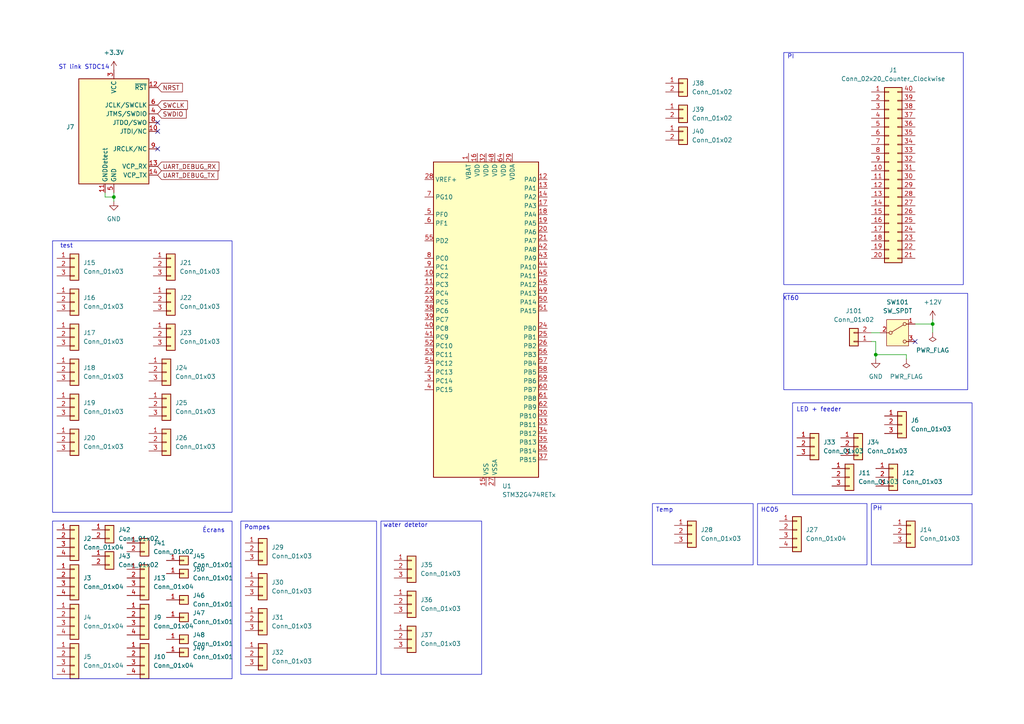
<source format=kicad_sch>
(kicad_sch (version 20250114) (generator "eeschema") (generator_version "9.0")
  (paper "A4")
  (lib_symbols
    (symbol "Connector:Conn_ST_STDC14"
      (property "Reference" "J" (at -8.89 16.51 0))
      (property "Value" "Conn_ST_STDC14" (at 17.78 16.51 0))
      (symbol "Conn_ST_STDC14_0_1"
        (rectangle (start -10.16 15.24) (end 10.16 -15.24) (stroke (width 0.254)) (fill (type background)))
      )
      (symbol "Conn_ST_STDC14_1_1"
        (pin no_connect line (at -10.16 5.08 0) (length 2.54) (hide yes) (name "NC") (number "1"))
        (pin no_connect line (at -10.16 2.54 0) (length 2.54) (hide yes) (name "NC") (number "2"))
        (pin passive line (at -2.54 -17.78 90) (length 2.54) (name "GNDDetect") (number "11"))
        (pin power_in line (at 0 17.78 270) (length 2.54) (name "VCC") (number "3"))
        (pin power_in line (at 0 -17.78 90) (length 2.54) (name "GND") (number "5"))
        (pin passive line (at 0 -17.78 90) (length 2.54) (hide yes) (name "GND") (number "7"))
        (pin open_collector line (at 12.7 12.7 180) (length 2.54) (name "~{RST}") (number "12"))
        (pin output line (at 12.7 7.62 180) (length 2.54) (name "JCLK/SWCLK") (number "6"))
        (pin bidirectional line (at 12.7 5.08 180) (length 2.54) (name "JTMS/SWDIO") (number "4"))
        (pin input line (at 12.7 2.54 180) (length 2.54) (name "JTDO/SWO") (number "8"))
        (pin output line (at 12.7 0 180) (length 2.54) (name "JTDI/NC") (number "10"))
        (pin input line (at 12.7 -5.08 180) (length 2.54) (name "JRCLK/NC") (number "9"))
        (pin output line (at 12.7 -10.16 180) (length 2.54) (name "VCP_RX") (number "13"))
        (pin input line (at 12.7 -12.7 180) (length 2.54) (name "VCP_TX") (number "14"))
      )
    )
    (symbol "Connector_Generic:Conn_01x01" (pin_names (offset 1.016) (hide yes))
      (property "Reference" "J" (at 0 2.54 0))
      (property "Value" "Conn_01x01" (at 0 -2.54 0))
      (symbol "Conn_01x01_1_1"
        (rectangle (start -1.27 1.27) (end 1.27 -1.27) (stroke (width 0.254)) (fill (type background)))
        (rectangle (start -1.27 0.127) (end 0 -0.127) (stroke (width 0.1524)))
        (pin passive line (at -5.08 0 0) (length 3.81) (name "Pin_1") (number "1"))
      )
    )
    (symbol "Connector_Generic:Conn_01x02" (pin_names (offset 1.016) (hide yes))
      (property "Reference" "J" (at 0 2.54 0))
      (property "Value" "Conn_01x02" (at 0 -5.08 0))
      (symbol "Conn_01x02_1_1"
        (rectangle (start -1.27 1.27) (end 1.27 -3.81) (stroke (width 0.254)) (fill (type background)))
        (rectangle (start -1.27 0.127) (end 0 -0.127) (stroke (width 0.1524)))
        (rectangle (start -1.27 -2.413) (end 0 -2.667) (stroke (width 0.1524)))
        (pin passive line (at -5.08 0 0) (length 3.81) (name "Pin_1") (number "1"))
        (pin passive line (at -5.08 -2.54 0) (length 3.81) (name "Pin_2") (number "2"))
      )
    )
    (symbol "Connector_Generic:Conn_01x03" (pin_names (offset 1.016) (hide yes))
      (property "Reference" "J" (at 0 5.08 0))
      (property "Value" "Conn_01x03" (at 0 -5.08 0))
      (symbol "Conn_01x03_1_1"
        (rectangle (start -1.27 3.81) (end 1.27 -3.81) (stroke (width 0.254)) (fill (type background)))
        (rectangle (start -1.27 2.667) (end 0 2.413) (stroke (width 0.1524)))
        (rectangle (start -1.27 0.127) (end 0 -0.127) (stroke (width 0.1524)))
        (rectangle (start -1.27 -2.413) (end 0 -2.667) (stroke (width 0.1524)))
        (pin passive line (at -5.08 2.54 0) (length 3.81) (name "Pin_1") (number "1"))
        (pin passive line (at -5.08 0 0) (length 3.81) (name "Pin_2") (number "2"))
        (pin passive line (at -5.08 -2.54 0) (length 3.81) (name "Pin_3") (number "3"))
      )
    )
    (symbol "Connector_Generic:Conn_01x04" (pin_names (offset 1.016) (hide yes))
      (property "Reference" "J" (at 0 5.08 0))
      (property "Value" "Conn_01x04" (at 0 -7.62 0))
      (symbol "Conn_01x04_1_1"
        (rectangle (start -1.27 3.81) (end 1.27 -6.35) (stroke (width 0.254)) (fill (type background)))
        (rectangle (start -1.27 2.667) (end 0 2.413) (stroke (width 0.1524)))
        (rectangle (start -1.27 0.127) (end 0 -0.127) (stroke (width 0.1524)))
        (rectangle (start -1.27 -2.413) (end 0 -2.667) (stroke (width 0.1524)))
        (rectangle (start -1.27 -4.953) (end 0 -5.207) (stroke (width 0.1524)))
        (pin passive line (at -5.08 2.54 0) (length 3.81) (name "Pin_1") (number "1"))
        (pin passive line (at -5.08 0 0) (length 3.81) (name "Pin_2") (number "2"))
        (pin passive line (at -5.08 -2.54 0) (length 3.81) (name "Pin_3") (number "3"))
        (pin passive line (at -5.08 -5.08 0) (length 3.81) (name "Pin_4") (number "4"))
      )
    )
    (symbol "Connector_Generic:Conn_02x20_Counter_Clockwise" (pin_names (offset 1.016) (hide yes))
      (property "Reference" "J" (at 1.27 25.4 0))
      (property "Value" "Conn_02x20_Counter_Clockwise" (at 1.27 -27.94 0))
      (symbol "Conn_02x20_Counter_Clockwise_1_1"
        (rectangle (start -1.27 24.13) (end 3.81 -26.67) (stroke (width 0.254)) (fill (type background)))
        (rectangle (start -1.27 22.987) (end 0 22.733) (stroke (width 0.1524)))
        (rectangle (start -1.27 20.447) (end 0 20.193) (stroke (width 0.1524)))
        (rectangle (start -1.27 17.907) (end 0 17.653) (stroke (width 0.1524)))
        (rectangle (start -1.27 15.367) (end 0 15.113) (stroke (width 0.1524)))
        (rectangle (start -1.27 12.827) (end 0 12.573) (stroke (width 0.1524)))
        (rectangle (start -1.27 10.287) (end 0 10.033) (stroke (width 0.1524)))
        (rectangle (start -1.27 7.747) (end 0 7.493) (stroke (width 0.1524)))
        (rectangle (start -1.27 5.207) (end 0 4.953) (stroke (width 0.1524)))
        (rectangle (start -1.27 2.667) (end 0 2.413) (stroke (width 0.1524)))
        (rectangle (start -1.27 0.127) (end 0 -0.127) (stroke (width 0.1524)))
        (rectangle (start -1.27 -2.413) (end 0 -2.667) (stroke (width 0.1524)))
        (rectangle (start -1.27 -4.953) (end 0 -5.207) (stroke (width 0.1524)))
        (rectangle (start -1.27 -7.493) (end 0 -7.747) (stroke (width 0.1524)))
        (rectangle (start -1.27 -10.033) (end 0 -10.287) (stroke (width 0.1524)))
        (rectangle (start -1.27 -12.573) (end 0 -12.827) (stroke (width 0.1524)))
        (rectangle (start -1.27 -15.113) (end 0 -15.367) (stroke (width 0.1524)))
        (rectangle (start -1.27 -17.653) (end 0 -17.907) (stroke (width 0.1524)))
        (rectangle (start -1.27 -20.193) (end 0 -20.447) (stroke (width 0.1524)))
        (rectangle (start -1.27 -22.733) (end 0 -22.987) (stroke (width 0.1524)))
        (rectangle (start -1.27 -25.273) (end 0 -25.527) (stroke (width 0.1524)))
        (rectangle (start 3.81 22.987) (end 2.54 22.733) (stroke (width 0.1524)))
        (rectangle (start 3.81 20.447) (end 2.54 20.193) (stroke (width 0.1524)))
        (rectangle (start 3.81 17.907) (end 2.54 17.653) (stroke (width 0.1524)))
        (rectangle (start 3.81 15.367) (end 2.54 15.113) (stroke (width 0.1524)))
        (rectangle (start 3.81 12.827) (end 2.54 12.573) (stroke (width 0.1524)))
        (rectangle (start 3.81 10.287) (end 2.54 10.033) (stroke (width 0.1524)))
        (rectangle (start 3.81 7.747) (end 2.54 7.493) (stroke (width 0.1524)))
        (rectangle (start 3.81 5.207) (end 2.54 4.953) (stroke (width 0.1524)))
        (rectangle (start 3.81 2.667) (end 2.54 2.413) (stroke (width 0.1524)))
        (rectangle (start 3.81 0.127) (end 2.54 -0.127) (stroke (width 0.1524)))
        (rectangle (start 3.81 -2.413) (end 2.54 -2.667) (stroke (width 0.1524)))
        (rectangle (start 3.81 -4.953) (end 2.54 -5.207) (stroke (width 0.1524)))
        (rectangle (start 3.81 -7.493) (end 2.54 -7.747) (stroke (width 0.1524)))
        (rectangle (start 3.81 -10.033) (end 2.54 -10.287) (stroke (width 0.1524)))
        (rectangle (start 3.81 -12.573) (end 2.54 -12.827) (stroke (width 0.1524)))
        (rectangle (start 3.81 -15.113) (end 2.54 -15.367) (stroke (width 0.1524)))
        (rectangle (start 3.81 -17.653) (end 2.54 -17.907) (stroke (width 0.1524)))
        (rectangle (start 3.81 -20.193) (end 2.54 -20.447) (stroke (width 0.1524)))
        (rectangle (start 3.81 -22.733) (end 2.54 -22.987) (stroke (width 0.1524)))
        (rectangle (start 3.81 -25.273) (end 2.54 -25.527) (stroke (width 0.1524)))
        (pin passive line (at -5.08 22.86 0) (length 3.81) (name "Pin_1") (number "1"))
        (pin passive line (at -5.08 20.32 0) (length 3.81) (name "Pin_2") (number "2"))
        (pin passive line (at -5.08 17.78 0) (length 3.81) (name "Pin_3") (number "3"))
        (pin passive line (at -5.08 15.24 0) (length 3.81) (name "Pin_4") (number "4"))
        (pin passive line (at -5.08 12.7 0) (length 3.81) (name "Pin_5") (number "5"))
        (pin passive line (at -5.08 10.16 0) (length 3.81) (name "Pin_6") (number "6"))
        (pin passive line (at -5.08 7.62 0) (length 3.81) (name "Pin_7") (number "7"))
        (pin passive line (at -5.08 5.08 0) (length 3.81) (name "Pin_8") (number "8"))
        (pin passive line (at -5.08 2.54 0) (length 3.81) (name "Pin_9") (number "9"))
        (pin passive line (at -5.08 0 0) (length 3.81) (name "Pin_10") (number "10"))
        (pin passive line (at -5.08 -2.54 0) (length 3.81) (name "Pin_11") (number "11"))
        (pin passive line (at -5.08 -5.08 0) (length 3.81) (name "Pin_12") (number "12"))
        (pin passive line (at -5.08 -7.62 0) (length 3.81) (name "Pin_13") (number "13"))
        (pin passive line (at -5.08 -10.16 0) (length 3.81) (name "Pin_14") (number "14"))
        (pin passive line (at -5.08 -12.7 0) (length 3.81) (name "Pin_15") (number "15"))
        (pin passive line (at -5.08 -15.24 0) (length 3.81) (name "Pin_16") (number "16"))
        (pin passive line (at -5.08 -17.78 0) (length 3.81) (name "Pin_17") (number "17"))
        (pin passive line (at -5.08 -20.32 0) (length 3.81) (name "Pin_18") (number "18"))
        (pin passive line (at -5.08 -22.86 0) (length 3.81) (name "Pin_19") (number "19"))
        (pin passive line (at -5.08 -25.4 0) (length 3.81) (name "Pin_20") (number "20"))
        (pin passive line (at 7.62 22.86 180) (length 3.81) (name "Pin_40") (number "40"))
        (pin passive line (at 7.62 20.32 180) (length 3.81) (name "Pin_39") (number "39"))
        (pin passive line (at 7.62 17.78 180) (length 3.81) (name "Pin_38") (number "38"))
        (pin passive line (at 7.62 15.24 180) (length 3.81) (name "Pin_37") (number "37"))
        (pin passive line (at 7.62 12.7 180) (length 3.81) (name "Pin_36") (number "36"))
        (pin passive line (at 7.62 10.16 180) (length 3.81) (name "Pin_35") (number "35"))
        (pin passive line (at 7.62 7.62 180) (length 3.81) (name "Pin_34") (number "34"))
        (pin passive line (at 7.62 5.08 180) (length 3.81) (name "Pin_33") (number "33"))
        (pin passive line (at 7.62 2.54 180) (length 3.81) (name "Pin_32") (number "32"))
        (pin passive line (at 7.62 0 180) (length 3.81) (name "Pin_31") (number "31"))
        (pin passive line (at 7.62 -2.54 180) (length 3.81) (name "Pin_30") (number "30"))
        (pin passive line (at 7.62 -5.08 180) (length 3.81) (name "Pin_29") (number "29"))
        (pin passive line (at 7.62 -7.62 180) (length 3.81) (name "Pin_28") (number "28"))
        (pin passive line (at 7.62 -10.16 180) (length 3.81) (name "Pin_27") (number "27"))
        (pin passive line (at 7.62 -12.7 180) (length 3.81) (name "Pin_26") (number "26"))
        (pin passive line (at 7.62 -15.24 180) (length 3.81) (name "Pin_25") (number "25"))
        (pin passive line (at 7.62 -17.78 180) (length 3.81) (name "Pin_24") (number "24"))
        (pin passive line (at 7.62 -20.32 180) (length 3.81) (name "Pin_23") (number "23"))
        (pin passive line (at 7.62 -22.86 180) (length 3.81) (name "Pin_22") (number "22"))
        (pin passive line (at 7.62 -25.4 180) (length 3.81) (name "Pin_21") (number "21"))
      )
    )
    (symbol "GND_13" (power) (pin_numbers (hide yes)) (pin_names (offset 0) (hide yes))
      (property "Value" "GND" (at 0 -3.81 0))
      (symbol "GND_13_0_1"
        (polyline (pts (xy 0 0) (xy 0 -1.27) (xy 1.27 -1.27) (xy 0 -2.54) (xy -1.27 -1.27) (xy 0 -1.27)))
      )
      (symbol "GND_13_1_1"
        (pin power_in line (at 0 0 270) (length 0) (name "~") (number "1"))
      )
    )
    (symbol "MCU_ST_STM32G4:STM32G474RETx"
      (property "Reference" "U" (at -15.24 46.99 0))
      (property "Value" "STM32G474RETx" (at 10.16 46.99 0))
      (symbol "STM32G474RETx_0_1"
        (rectangle (start -15.24 -45.72) (end 15.24 45.72) (stroke (width 0.254)) (fill (type background)))
      )
      (symbol "STM32G474RETx_1_1"
        (pin input line (at -17.78 40.64 0) (length 2.54) (name "VREF+") (number "28"))
        (pin bidirectional line (at -17.78 35.56 0) (length 2.54) (name "PG10") (number "7"))
        (pin bidirectional line (at -17.78 30.48 0) (length 2.54) (name "PF0") (number "5"))
        (pin bidirectional line (at -17.78 27.94 0) (length 2.54) (name "PF1") (number "6"))
        (pin bidirectional line (at -17.78 22.86 0) (length 2.54) (name "PD2") (number "55"))
        (pin bidirectional line (at -17.78 17.78 0) (length 2.54) (name "PC0") (number "8"))
        (pin bidirectional line (at -17.78 15.24 0) (length 2.54) (name "PC1") (number "9"))
        (pin bidirectional line (at -17.78 12.7 0) (length 2.54) (name "PC2") (number "10"))
        (pin bidirectional line (at -17.78 10.16 0) (length 2.54) (name "PC3") (number "11"))
        (pin bidirectional line (at -17.78 7.62 0) (length 2.54) (name "PC4") (number "22"))
        (pin bidirectional line (at -17.78 5.08 0) (length 2.54) (name "PC5") (number "23"))
        (pin bidirectional line (at -17.78 2.54 0) (length 2.54) (name "PC6") (number "38"))
        (pin bidirectional line (at -17.78 0 0) (length 2.54) (name "PC7") (number "39"))
        (pin bidirectional line (at -17.78 -2.54 0) (length 2.54) (name "PC8") (number "40"))
        (pin bidirectional line (at -17.78 -5.08 0) (length 2.54) (name "PC9") (number "41"))
        (pin bidirectional line (at -17.78 -7.62 0) (length 2.54) (name "PC10") (number "52"))
        (pin bidirectional line (at -17.78 -10.16 0) (length 2.54) (name "PC11") (number "53"))
        (pin bidirectional line (at -17.78 -12.7 0) (length 2.54) (name "PC12") (number "54"))
        (pin bidirectional line (at -17.78 -15.24 0) (length 2.54) (name "PC13") (number "2"))
        (pin bidirectional line (at -17.78 -17.78 0) (length 2.54) (name "PC14") (number "3"))
        (pin bidirectional line (at -17.78 -20.32 0) (length 2.54) (name "PC15") (number "4"))
        (pin power_in line (at -5.08 48.26 270) (length 2.54) (name "VBAT") (number "1"))
        (pin power_in line (at -2.54 48.26 270) (length 2.54) (name "VDD") (number "16"))
        (pin power_in line (at 0 48.26 270) (length 2.54) (name "VDD") (number "32"))
        (pin power_in line (at 0 -48.26 90) (length 2.54) (name "VSS") (number "15"))
        (pin passive line (at 0 -48.26 90) (length 2.54) (hide yes) (name "VSS") (number "31"))
        (pin passive line (at 0 -48.26 90) (length 2.54) (hide yes) (name "VSS") (number "47"))
        (pin passive line (at 0 -48.26 90) (length 2.54) (hide yes) (name "VSS") (number "63"))
        (pin power_in line (at 2.54 48.26 270) (length 2.54) (name "VDD") (number "48"))
        (pin power_in line (at 2.54 -48.26 90) (length 2.54) (name "VSSA") (number "27"))
        (pin power_in line (at 5.08 48.26 270) (length 2.54) (name "VDD") (number "64"))
        (pin power_in line (at 7.62 48.26 270) (length 2.54) (name "VDDA") (number "29"))
        (pin bidirectional line (at 17.78 40.64 180) (length 2.54) (name "PA0") (number "12"))
        (pin bidirectional line (at 17.78 38.1 180) (length 2.54) (name "PA1") (number "13"))
        (pin bidirectional line (at 17.78 35.56 180) (length 2.54) (name "PA2") (number "14"))
        (pin bidirectional line (at 17.78 33.02 180) (length 2.54) (name "PA3") (number "17"))
        (pin bidirectional line (at 17.78 30.48 180) (length 2.54) (name "PA4") (number "18"))
        (pin bidirectional line (at 17.78 27.94 180) (length 2.54) (name "PA5") (number "19"))
        (pin bidirectional line (at 17.78 25.4 180) (length 2.54) (name "PA6") (number "20"))
        (pin bidirectional line (at 17.78 22.86 180) (length 2.54) (name "PA7") (number "21"))
        (pin bidirectional line (at 17.78 20.32 180) (length 2.54) (name "PA8") (number "42"))
        (pin bidirectional line (at 17.78 17.78 180) (length 2.54) (name "PA9") (number "43"))
        (pin bidirectional line (at 17.78 15.24 180) (length 2.54) (name "PA10") (number "44"))
        (pin bidirectional line (at 17.78 12.7 180) (length 2.54) (name "PA11") (number "45"))
        (pin bidirectional line (at 17.78 10.16 180) (length 2.54) (name "PA12") (number "46"))
        (pin bidirectional line (at 17.78 7.62 180) (length 2.54) (name "PA13") (number "49"))
        (pin bidirectional line (at 17.78 5.08 180) (length 2.54) (name "PA14") (number "50"))
        (pin bidirectional line (at 17.78 2.54 180) (length 2.54) (name "PA15") (number "51"))
        (pin bidirectional line (at 17.78 -2.54 180) (length 2.54) (name "PB0") (number "24"))
        (pin bidirectional line (at 17.78 -5.08 180) (length 2.54) (name "PB1") (number "25"))
        (pin bidirectional line (at 17.78 -7.62 180) (length 2.54) (name "PB2") (number "26"))
        (pin bidirectional line (at 17.78 -10.16 180) (length 2.54) (name "PB3") (number "56"))
        (pin bidirectional line (at 17.78 -12.7 180) (length 2.54) (name "PB4") (number "57"))
        (pin bidirectional line (at 17.78 -15.24 180) (length 2.54) (name "PB5") (number "58"))
        (pin bidirectional line (at 17.78 -17.78 180) (length 2.54) (name "PB6") (number "59"))
        (pin bidirectional line (at 17.78 -20.32 180) (length 2.54) (name "PB7") (number "60"))
        (pin bidirectional line (at 17.78 -22.86 180) (length 2.54) (name "PB8") (number "61"))
        (pin bidirectional line (at 17.78 -25.4 180) (length 2.54) (name "PB9") (number "62"))
        (pin bidirectional line (at 17.78 -27.94 180) (length 2.54) (name "PB10") (number "30"))
        (pin bidirectional line (at 17.78 -30.48 180) (length 2.54) (name "PB11") (number "33"))
        (pin bidirectional line (at 17.78 -33.02 180) (length 2.54) (name "PB12") (number "34"))
        (pin bidirectional line (at 17.78 -35.56 180) (length 2.54) (name "PB13") (number "35"))
        (pin bidirectional line (at 17.78 -38.1 180) (length 2.54) (name "PB14") (number "36"))
        (pin bidirectional line (at 17.78 -40.64 180) (length 2.54) (name "PB15") (number "37"))
      )
    )
    (symbol "Switch:SW_SPDT" (pin_names (offset 0) (hide yes))
      (property "Reference" "SW" (at 0 5.08 0))
      (property "Value" "SW_SPDT" (at 0 -5.08 0))
      (symbol "SW_SPDT_0_1"
        (circle (center -2.032 0) (radius 0.4572))
        (polyline (pts (xy -1.651 0.254) (xy 1.651 2.286)))
        (circle (center 2.032 2.54) (radius 0.4572))
        (circle (center 2.032 -2.54) (radius 0.4572))
      )
      (symbol "SW_SPDT_1_1"
        (rectangle (start -3.175 3.81) (end 3.175 -3.81) (fill (type background)))
        (pin passive line (at -5.08 0 0) (length 2.54) (name "B") (number "2"))
        (pin passive line (at 5.08 2.54 180) (length 2.54) (name "A") (number "1"))
        (pin passive line (at 5.08 -2.54 180) (length 2.54) (name "C") (number "3"))
      )
    )
    (symbol "power:+12V" (power) (pin_numbers (hide yes)) (pin_names (offset 0) (hide yes))
      (property "Value" "+12V" (at 0 3.556 0))
      (symbol "+12V_0_1"
        (polyline (pts (xy -0.762 1.27) (xy 0 2.54)))
        (polyline (pts (xy 0 2.54) (xy 0.762 1.27)))
        (polyline (pts (xy 0 0) (xy 0 2.54)))
      )
      (symbol "+12V_1_1"
        (pin power_in line (at 0 0 90) (length 0) (name "~") (number "1"))
      )
    )
    (symbol "power:+3.3V" (power) (pin_numbers (hide yes)) (pin_names (offset 0) (hide yes))
      (property "Value" "+3.3V" (at 0 3.556 0))
      (symbol "+3.3V_0_1"
        (polyline (pts (xy -0.762 1.27) (xy 0 2.54)))
        (polyline (pts (xy 0 2.54) (xy 0.762 1.27)))
        (polyline (pts (xy 0 0) (xy 0 2.54)))
      )
      (symbol "+3.3V_1_1"
        (pin power_in line (at 0 0 90) (length 0) (name "~") (number "1"))
      )
    )
    (symbol "power:GND" (power) (pin_names (offset 0))
      (property "Value" "GND" (at 0 -3.81 0))
      (symbol "GND_0_1"
        (polyline (pts (xy 0 0) (xy 0 -1.27) (xy 1.27 -1.27) (xy 0 -2.54) (xy -1.27 -1.27) (xy 0 -1.27)))
      )
      (symbol "GND_1_1"
        (pin power_in line (at 0 0 270) (length 0) (hide yes) (name "GND") (number "1"))
      )
    )
    (symbol "power:PWR_FLAG" (power) (pin_numbers (hide yes)) (pin_names (offset 0) (hide yes))
      (property "Value" "PWR_FLAG" (at 0 3.81 0))
      (symbol "PWR_FLAG_0_0"
        (pin power_out line (at 0 0 90) (length 0) (name "~") (number "1"))
      )
      (symbol "PWR_FLAG_0_1"
        (polyline (pts (xy 0 0) (xy 0 1.27) (xy -1.016 1.905) (xy 0 2.54) (xy 1.016 1.905) (xy 0 1.27)))
      )
    )
  )
  (rectangle (start 229.87 116.84) (end 281.94 143.51))
  (rectangle (start 110.49 151.13) (end 139.7 195.58))
  (rectangle (start 227.33 85.09) (end 280.67 113.03))
  (rectangle (start 15.24 151.13) (end 67.31 196.85))
  (rectangle (start 252.73 146.05) (end 281.94 163.83))
  (rectangle (start 15.24 69.85) (end 67.31 148.59))
  (rectangle (start 227.33 15.24) (end 279.4 82.55))
  (text "ST link STDC14" (at 24.384 19.558 0) (effects (font (size 1.27 1.27))))
  (text "XT60" (at 229.362 86.614 0) (effects (font (size 1.27 1.27))))
  (text "water detetor" (at 117.602 152.4 0) (effects (font (size 1.27 1.27))))
  (text "test" (at 19.304 71.374 0) (effects (font (size 1.27 1.27))))
  (text "LED + feeder" (at 237.49 118.872 0) (effects (font (size 1.27 1.27))))
  (text "Écrans" (at 61.976 153.924 0) (effects (font (size 1.27 1.27))))
  (text "PH" (at 254.508 147.574 0) (effects (font (size 1.27 1.27))))
  (text "PI" (at 229.362 16.51 0) (effects (font (size 1.27 1.27))))
  (text_box "HC05" (at 219.71 146.05 0) (size 31.75 17.78) (margins 0.9525 0.9525 0.9525 0.9525) (effects (font (size 1.27 1.27)) (justify left top)))
  (text_box "Pompes" (at 69.85 151.13 0) (size 39.37 44.45) (margins 0.9525 0.9525 0.9525 0.9525) (effects (font (size 1.27 1.27)) (justify left top)))
  (text_box "Temp\n" (at 189.23 146.05 0) (size 29.21 17.78) (margins 0.9525 0.9525 0.9525 0.9525) (effects (font (size 1.27 1.27)) (justify left top)))
  (junction (at 33.02 57.15))
  (junction (at 270.51 93.98))
  (junction (at 254 102.87))
  (no_connect (at 45.72 38.1))
  (no_connect (at 265.43 99.06))
  (no_connect (at 45.72 35.56))
  (no_connect (at 45.72 43.18))
  (wire (pts (xy 30.48 57.15) (xy 33.02 57.15)))
  (wire (pts (xy 252.73 96.52) (xy 255.27 96.52)))
  (wire (pts (xy 30.48 55.88) (xy 30.48 57.15)))
  (wire (pts (xy 270.51 92.71) (xy 270.51 93.98)))
  (wire (pts (xy 252.73 99.06) (xy 254 99.06)))
  (wire (pts (xy 254 102.87) (xy 262.89 102.87)))
  (wire (pts (xy 254 99.06) (xy 254 102.87)))
  (wire (pts (xy 254 102.87) (xy 254 104.14)))
  (wire (pts (xy 265.43 93.98) (xy 270.51 93.98)))
  (wire (pts (xy 262.89 104.14) (xy 262.89 102.87)))
  (wire (pts (xy 33.02 55.88) (xy 33.02 57.15)))
  (wire (pts (xy 33.02 57.15) (xy 33.02 58.42)))
  (wire (pts (xy 270.51 93.98) (xy 270.51 96.52)))
  (global_label "SWDIO" (shape input) (at 45.72 33.02 0) (property "Intersheetrefs" "${INTERSHEET_REFS}" (effects (hide yes))))
  (global_label "UART_DEBUG_TX" (shape input) (at 45.72 50.8 0) (property "Intersheetrefs" "${INTERSHEET_REFS}" (effects (hide yes))))
  (global_label "UART_DEBUG_RX" (shape input) (at 45.72 48.26 0) (property "Intersheetrefs" "${INTERSHEET_REFS}" (effects (hide yes))))
  (global_label "SWCLK" (shape input) (at 45.72 30.48 0) (property "Intersheetrefs" "${INTERSHEET_REFS}" (effects (hide yes))))
  (global_label "NRST" (shape input) (at 45.72 25.4 0) (property "Intersheetrefs" "${INTERSHEET_REFS}" (effects (hide yes))))
  (symbol (lib_id "Connector_Generic:Conn_01x03") (at 21.59 97.79 0) (unit 1)
    (property "Reference" "J17" (at 24.13 96.5199 0) (effects (justify left)))
    (property "Value" "Conn_01x03" (at 24.13 99.0599 0) (effects (justify left)))
    (property "Footprint" "Connector_JST:JST_EH_B3B-EH-A_1x03_P2.50mm_Vertical" (effects (hide yes)))
    (property "Description" "Generic connector, single row, 01x03, script generated (kicad-library-utils/schlib/autogen/connector/)" (effects (hide yes)))
  )
  (symbol (lib_id "Connector_Generic:Conn_01x04") (at 41.91 179.07 0) (unit 1)
    (property "Reference" "J9" (at 44.45 179.0699 0) (effects (justify left)))
    (property "Value" "Conn_01x04" (at 44.45 181.6099 0) (effects (justify left)))
    (property "Footprint" "Connector_JST:JST_EH_B4B-EH-A_1x04_P2.50mm_Vertical" (effects (hide yes)))
    (property "Description" "Generic connector, single row, 01x04, script generated (kicad-library-utils/schlib/autogen/connector/)" (effects (hide yes)))
  )
  (symbol (lib_id "Connector_Generic:Conn_01x03") (at 248.92 129.54 0) (unit 1)
    (property "Reference" "J34" (at 251.46 128.2699 0) (effects (justify left)))
    (property "Value" "Conn_01x03" (at 251.46 130.8099 0) (effects (justify left)))
    (property "Footprint" "Connector_JST:JST_EH_B3B-EH-A_1x03_P2.50mm_Vertical" (effects (hide yes)))
    (property "Description" "Generic connector, single row, 01x03, script generated (kicad-library-utils/schlib/autogen/connector/)" (effects (hide yes)))
  )
  (symbol (lib_id "Connector_Generic:Conn_01x02") (at 198.12 24.13 0) (unit 1)
    (property "Reference" "J38" (at 200.66 24.1299 0) (effects (justify left)))
    (property "Value" "Conn_01x02" (at 200.66 26.6699 0) (effects (justify left)))
    (property "Footprint" "Connector_JST:JST_EH_B2B-EH-A_1x02_P2.50mm_Vertical" (effects (hide yes)))
    (property "Description" "Generic connector, single row, 01x02, script generated (kicad-library-utils/schlib/autogen/connector/)" (effects (hide yes)))
  )
  (symbol (lib_id "Connector_Generic:Conn_01x04") (at 41.91 190.5 0) (unit 1)
    (property "Reference" "J10" (at 44.45 190.4999 0) (effects (justify left)))
    (property "Value" "Conn_01x04" (at 44.45 193.0399 0) (effects (justify left)))
    (property "Footprint" "Connector_JST:JST_EH_B4B-EH-A_1x04_P2.50mm_Vertical" (effects (hide yes)))
    (property "Description" "Generic connector, single row, 01x04, script generated (kicad-library-utils/schlib/autogen/connector/)" (effects (hide yes)))
  )
  (symbol (lib_id "Connector_Generic:Conn_01x02") (at 31.75 161.29 0) (unit 1)
    (property "Reference" "J43" (at 34.29 161.2899 0) (effects (justify left)))
    (property "Value" "Conn_01x02" (at 34.29 163.8299 0) (effects (justify left)))
    (property "Footprint" "Connector_JST:JST_EH_B2B-EH-A_1x02_P2.50mm_Vertical" (effects (hide yes)))
    (property "Description" "Generic connector, single row, 01x02, script generated (kicad-library-utils/schlib/autogen/connector/)" (effects (hide yes)))
  )
  (symbol (lib_id "Connector_Generic:Conn_01x03") (at 21.59 77.47 0) (unit 1)
    (property "Reference" "J15" (at 24.13 76.1999 0) (effects (justify left)))
    (property "Value" "Conn_01x03" (at 24.13 78.7399 0) (effects (justify left)))
    (property "Footprint" "Connector_JST:JST_EH_B3B-EH-A_1x03_P2.50mm_Vertical" (effects (hide yes)))
    (property "Description" "Generic connector, single row, 01x03, script generated (kicad-library-utils/schlib/autogen/connector/)" (effects (hide yes)))
  )
  (symbol (lib_id "Connector_Generic:Conn_01x01") (at 53.34 173.99 0) (unit 1)
    (property "Reference" "J46" (at 55.88 172.7199 0) (effects (justify left)))
    (property "Value" "Conn_01x01" (at 55.88 175.2599 0) (effects (justify left)))
    (property "Footprint" "Connector_JST:JST_XH_B1B-XH-AM_1x01_P2.50mm_Vertical" (effects (hide yes)))
    (property "Description" "Generic connector, single row, 01x01, script generated (kicad-library-utils/schlib/autogen/connector/)" (effects (hide yes)))
  )
  (symbol (lib_id "Connector_Generic:Conn_01x03") (at 49.53 77.47 0) (unit 1)
    (property "Reference" "J21" (at 52.07 76.1999 0) (effects (justify left)))
    (property "Value" "Conn_01x03" (at 52.07 78.7399 0) (effects (justify left)))
    (property "Footprint" "Connector_JST:JST_EH_B3B-EH-A_1x03_P2.50mm_Vertical" (effects (hide yes)))
    (property "Description" "Generic connector, single row, 01x03, script generated (kicad-library-utils/schlib/autogen/connector/)" (effects (hide yes)))
  )
  (symbol (lib_id "Connector_Generic:Conn_01x03") (at 259.08 138.43 0) (unit 1)
    (property "Reference" "J12" (at 261.62 137.1599 0) (effects (justify left)))
    (property "Value" "Conn_01x03" (at 261.62 139.6999 0) (effects (justify left)))
    (property "Footprint" "Connector_JST:JST_EH_B3B-EH-A_1x03_P2.50mm_Vertical" (effects (hide yes)))
    (property "Description" "Generic connector, single row, 01x03, script generated (kicad-library-utils/schlib/autogen/connector/)" (effects (hide yes)))
  )
  (symbol (lib_id "Switch:SW_SPDT") (at 260.35 96.52 0) (unit 1)
    (property "Reference" "SW101" (at 260.35 87.63 0))
    (property "Value" "SW_SPDT" (at 260.35 90.17 0))
    (property "Footprint" "mylib:472123010111" (effects (hide yes)))
    (property "Datasheet" "https://www.we-online.com/components/products/datasheet/472123010111.pdf" (effects (hide yes)))
    (property "Description" "Switch, single pole double throw" (effects (hide yes)))
    (property "MPN" "472123010111" (effects (hide yes)))
  )
  (symbol (lib_id "Connector_Generic:Conn_01x03") (at 76.2 190.5 0) (unit 1)
    (property "Reference" "J32" (at 78.74 189.2299 0) (effects (justify left)))
    (property "Value" "Conn_01x03" (at 78.74 191.7699 0) (effects (justify left)))
    (property "Footprint" "Connector_JST:JST_EH_B3B-EH-A_1x03_P2.50mm_Vertical" (effects (hide yes)))
    (property "Description" "Generic connector, single row, 01x03, script generated (kicad-library-utils/schlib/autogen/connector/)" (effects (hide yes)))
  )
  (symbol (lib_id "Connector_Generic:Conn_01x03") (at 49.53 87.63 0) (unit 1)
    (property "Reference" "J22" (at 52.07 86.3599 0) (effects (justify left)))
    (property "Value" "Conn_01x03" (at 52.07 88.8999 0) (effects (justify left)))
    (property "Footprint" "Connector_JST:JST_EH_B3B-EH-A_1x03_P2.50mm_Vertical" (effects (hide yes)))
    (property "Description" "Generic connector, single row, 01x03, script generated (kicad-library-utils/schlib/autogen/connector/)" (effects (hide yes)))
  )
  (symbol (lib_id "Connector_Generic:Conn_01x03") (at 200.66 154.94 0) (unit 1)
    (property "Reference" "J28" (at 203.2 153.6699 0) (effects (justify left)))
    (property "Value" "Conn_01x03" (at 203.2 156.2099 0) (effects (justify left)))
    (property "Footprint" "Connector_JST:JST_EH_B3B-EH-A_1x03_P2.50mm_Vertical" (effects (hide yes)))
    (property "Description" "Generic connector, single row, 01x03, script generated (kicad-library-utils/schlib/autogen/connector/)" (effects (hide yes)))
  )
  (symbol (lib_id "Connector_Generic:Conn_01x03") (at 48.26 128.27 0) (unit 1)
    (property "Reference" "J26" (at 50.8 126.9999 0) (effects (justify left)))
    (property "Value" "Conn_01x03" (at 50.8 129.5399 0) (effects (justify left)))
    (property "Footprint" "Connector_JST:JST_EH_B3B-EH-A_1x03_P2.50mm_Vertical" (effects (hide yes)))
    (property "Description" "Generic connector, single row, 01x03, script generated (kicad-library-utils/schlib/autogen/connector/)" (effects (hide yes)))
  )
  (symbol (lib_id "Connector_Generic:Conn_01x03") (at 236.22 129.54 0) (unit 1)
    (property "Reference" "J33" (at 238.76 128.2699 0) (effects (justify left)))
    (property "Value" "Conn_01x03" (at 238.76 130.8099 0) (effects (justify left)))
    (property "Footprint" "Connector_JST:JST_EH_B3B-EH-A_1x03_P2.50mm_Vertical" (effects (hide yes)))
    (property "Description" "Generic connector, single row, 01x03, script generated (kicad-library-utils/schlib/autogen/connector/)" (effects (hide yes)))
  )
  (symbol (lib_id "Connector_Generic:Conn_01x03") (at 261.62 123.19 0) (unit 1)
    (property "Reference" "J6" (at 264.16 121.9199 0) (effects (justify left)))
    (property "Value" "Conn_01x03" (at 264.16 124.4599 0) (effects (justify left)))
    (property "Footprint" "Connector_JST:JST_EH_B3B-EH-A_1x03_P2.50mm_Vertical" (effects (hide yes)))
    (property "Description" "Generic connector, single row, 01x03, script generated (kicad-library-utils/schlib/autogen/connector/)" (effects (hide yes)))
  )
  (symbol (lib_id "Connector_Generic:Conn_01x02") (at 41.91 157.48 0) (unit 1)
    (property "Reference" "J41" (at 44.45 157.4799 0) (effects (justify left)))
    (property "Value" "Conn_01x02" (at 44.45 160.0199 0) (effects (justify left)))
    (property "Footprint" "Connector_JST:JST_EH_B2B-EH-A_1x02_P2.50mm_Vertical" (effects (hide yes)))
    (property "Description" "Generic connector, single row, 01x02, script generated (kicad-library-utils/schlib/autogen/connector/)" (effects (hide yes)))
  )
  (symbol (lib_id "Connector_Generic:Conn_01x03") (at 76.2 160.02 0) (unit 1)
    (property "Reference" "J29" (at 78.74 158.7499 0) (effects (justify left)))
    (property "Value" "Conn_01x03" (at 78.74 161.2899 0) (effects (justify left)))
    (property "Footprint" "Connector_JST:JST_EH_B3B-EH-A_1x03_P2.50mm_Vertical" (effects (hide yes)))
    (property "Description" "Generic connector, single row, 01x03, script generated (kicad-library-utils/schlib/autogen/connector/)" (effects (hide yes)))
  )
  (symbol (lib_id "Connector:Conn_ST_STDC14") (at 33.02 38.1 0) (unit 1)
    (property "Reference" "J7" (at 21.59 36.8299 0) (effects (justify right)))
    (property "Value" "Conn_ST_STDC14" (effects (hide yes)))
    (property "Footprint" "Connector_PinHeader_1.27mm:PinHeader_2x07_P1.27mm_Vertical_SMD" (effects (hide yes)))
    (property "Datasheet" "https://www.st.com/content/ccc/resource/technical/document/user_manual/group1/99/49/91/b6/b2/3a/46/e5/DM00526767/files/DM00526767.pdf/jcr:content/translations/en.DM00526767.pdf" (effects (hide yes)))
    (property "Description" "ST Debug Connector, standard ARM Cortex-M SWD and JTAG interface plus UART" (effects (hide yes)))
    (property "MPN" "STLINK-V3MINIE" (effects (hide yes)))
  )
  (symbol (lib_id "Connector_Generic:Conn_01x03") (at 21.59 107.95 0) (unit 1)
    (property "Reference" "J18" (at 24.13 106.6799 0) (effects (justify left)))
    (property "Value" "Conn_01x03" (at 24.13 109.2199 0) (effects (justify left)))
    (property "Footprint" "Connector_JST:JST_EH_B3B-EH-A_1x03_P2.50mm_Vertical" (effects (hide yes)))
    (property "Description" "Generic connector, single row, 01x03, script generated (kicad-library-utils/schlib/autogen/connector/)" (effects (hide yes)))
  )
  (symbol (lib_id "Connector_Generic:Conn_01x04") (at 231.14 153.67 0) (unit 1)
    (property "Reference" "J27" (at 233.68 153.6699 0) (effects (justify left)))
    (property "Value" "Conn_01x04" (at 233.68 156.2099 0) (effects (justify left)))
    (property "Footprint" "Connector_JST:JST_EH_B4B-EH-A_1x04_P2.50mm_Vertical" (effects (hide yes)))
    (property "Description" "Generic connector, single row, 01x04, script generated (kicad-library-utils/schlib/autogen/connector/)" (effects (hide yes)))
  )
  (symbol (lib_id "Connector_Generic:Conn_01x03") (at 76.2 170.18 0) (unit 1)
    (property "Reference" "J30" (at 78.74 168.9099 0) (effects (justify left)))
    (property "Value" "Conn_01x03" (at 78.74 171.4499 0) (effects (justify left)))
    (property "Footprint" "Connector_JST:JST_EH_B3B-EH-A_1x03_P2.50mm_Vertical" (effects (hide yes)))
    (property "Description" "Generic connector, single row, 01x03, script generated (kicad-library-utils/schlib/autogen/connector/)" (effects (hide yes)))
  )
  (symbol (lib_id "Connector_Generic:Conn_01x03") (at 119.38 185.42 0) (unit 1)
    (property "Reference" "J37" (at 121.92 184.1499 0) (effects (justify left)))
    (property "Value" "Conn_01x03" (at 121.92 186.6899 0) (effects (justify left)))
    (property "Footprint" "Connector_JST:JST_EH_B3B-EH-A_1x03_P2.50mm_Vertical" (effects (hide yes)))
    (property "Description" "Generic connector, single row, 01x03, script generated (kicad-library-utils/schlib/autogen/connector/)" (effects (hide yes)))
  )
  (symbol (lib_id "Connector_Generic:Conn_01x03") (at 246.38 138.43 0) (unit 1)
    (property "Reference" "J11" (at 248.92 137.1599 0) (effects (justify left)))
    (property "Value" "Conn_01x03" (at 248.92 139.6999 0) (effects (justify left)))
    (property "Footprint" "Connector_JST:JST_EH_B3B-EH-A_1x03_P2.50mm_Vertical" (effects (hide yes)))
    (property "Description" "Generic connector, single row, 01x03, script generated (kicad-library-utils/schlib/autogen/connector/)" (effects (hide yes)))
  )
  (symbol (lib_id "Connector_Generic:Conn_01x03") (at 119.38 175.26 0) (unit 1)
    (property "Reference" "J36" (at 121.92 173.9899 0) (effects (justify left)))
    (property "Value" "Conn_01x03" (at 121.92 176.5299 0) (effects (justify left)))
    (property "Footprint" "Connector_JST:JST_EH_B3B-EH-A_1x03_P2.50mm_Vertical" (effects (hide yes)))
    (property "Description" "Generic connector, single row, 01x03, script generated (kicad-library-utils/schlib/autogen/connector/)" (effects (hide yes)))
  )
  (symbol (lib_id "Connector_Generic:Conn_01x02") (at 198.12 38.1 0) (unit 1)
    (property "Reference" "J40" (at 200.66 38.0999 0) (effects (justify left)))
    (property "Value" "Conn_01x02" (at 200.66 40.6399 0) (effects (justify left)))
    (property "Footprint" "Connector_JST:JST_EH_B2B-EH-A_1x02_P2.50mm_Vertical" (effects (hide yes)))
    (property "Description" "Generic connector, single row, 01x02, script generated (kicad-library-utils/schlib/autogen/connector/)" (effects (hide yes)))
  )
  (symbol (lib_id "Connector_Generic:Conn_01x02") (at 198.12 31.75 0) (unit 1)
    (property "Reference" "J39" (at 200.66 31.7499 0) (effects (justify left)))
    (property "Value" "Conn_01x02" (at 200.66 34.2899 0) (effects (justify left)))
    (property "Footprint" "Connector_JST:JST_EH_B2B-EH-A_1x02_P2.50mm_Vertical" (effects (hide yes)))
    (property "Description" "Generic connector, single row, 01x02, script generated (kicad-library-utils/schlib/autogen/connector/)" (effects (hide yes)))
  )
  (symbol (lib_id "Connector_Generic:Conn_01x03") (at 49.53 97.79 0) (unit 1)
    (property "Reference" "J23" (at 52.07 96.5199 0) (effects (justify left)))
    (property "Value" "Conn_01x03" (at 52.07 99.0599 0) (effects (justify left)))
    (property "Footprint" "Connector_JST:JST_EH_B3B-EH-A_1x03_P2.50mm_Vertical" (effects (hide yes)))
    (property "Description" "Generic connector, single row, 01x03, script generated (kicad-library-utils/schlib/autogen/connector/)" (effects (hide yes)))
  )
  (symbol (lib_id "Connector_Generic:Conn_01x03") (at 21.59 87.63 0) (unit 1)
    (property "Reference" "J16" (at 24.13 86.3599 0) (effects (justify left)))
    (property "Value" "Conn_01x03" (at 24.13 88.8999 0) (effects (justify left)))
    (property "Footprint" "Connector_JST:JST_EH_B3B-EH-A_1x03_P2.50mm_Vertical" (effects (hide yes)))
    (property "Description" "Generic connector, single row, 01x03, script generated (kicad-library-utils/schlib/autogen/connector/)" (effects (hide yes)))
  )
  (symbol (lib_id "Connector_Generic:Conn_01x03") (at 48.26 107.95 0) (unit 1)
    (property "Reference" "J24" (at 50.8 106.6799 0) (effects (justify left)))
    (property "Value" "Conn_01x03" (at 50.8 109.2199 0) (effects (justify left)))
    (property "Footprint" "Connector_JST:JST_EH_B3B-EH-A_1x03_P2.50mm_Vertical" (effects (hide yes)))
    (property "Description" "Generic connector, single row, 01x03, script generated (kicad-library-utils/schlib/autogen/connector/)" (effects (hide yes)))
  )
  (symbol (lib_id "Connector_Generic:Conn_01x02") (at 31.75 153.67 0) (unit 1)
    (property "Reference" "J42" (at 34.29 153.6699 0) (effects (justify left)))
    (property "Value" "Conn_01x02" (at 34.29 156.2099 0) (effects (justify left)))
    (property "Footprint" "Connector_JST:JST_EH_B2B-EH-A_1x02_P2.50mm_Vertical" (effects (hide yes)))
    (property "Description" "Generic connector, single row, 01x02, script generated (kicad-library-utils/schlib/autogen/connector/)" (effects (hide yes)))
  )
  (symbol (lib_id "Connector_Generic:Conn_01x04") (at 21.59 190.5 0) (unit 1)
    (property "Reference" "J5" (at 24.13 190.4999 0) (effects (justify left)))
    (property "Value" "Conn_01x04" (at 24.13 193.0399 0) (effects (justify left)))
    (property "Footprint" "Connector_JST:JST_EH_B4B-EH-A_1x04_P2.50mm_Vertical" (effects (hide yes)))
    (property "Description" "Generic connector, single row, 01x04, script generated (kicad-library-utils/schlib/autogen/connector/)" (effects (hide yes)))
  )
  (symbol (lib_id "Connector_Generic:Conn_01x01") (at 53.34 185.42 0) (unit 1)
    (property "Reference" "J48" (at 55.88 184.1499 0) (effects (justify left)))
    (property "Value" "Conn_01x01" (at 55.88 186.6899 0) (effects (justify left)))
    (property "Footprint" "Connector_JST:JST_XH_B1B-XH-AM_1x01_P2.50mm_Vertical" (effects (hide yes)))
    (property "Description" "Generic connector, single row, 01x01, script generated (kicad-library-utils/schlib/autogen/connector/)" (effects (hide yes)))
  )
  (symbol (lib_id "Connector_Generic:Conn_01x01") (at 53.34 166.37 0) (unit 1)
    (property "Reference" "J50" (at 55.88 165.0999 0) (effects (justify left)))
    (property "Value" "Conn_01x01" (at 55.88 167.6399 0) (effects (justify left)))
    (property "Footprint" "Connector_JST:JST_XH_B1B-XH-AM_1x01_P2.50mm_Vertical" (effects (hide yes)))
    (property "Description" "Generic connector, single row, 01x01, script generated (kicad-library-utils/schlib/autogen/connector/)" (effects (hide yes)))
  )
  (symbol (lib_id "Connector_Generic:Conn_02x20_Counter_Clockwise") (at 257.81 49.53 0) (unit 1)
    (property "Reference" "J1" (at 259.08 20.32 0))
    (property "Value" "Conn_02x20_Counter_Clockwise" (at 259.08 22.86 0))
    (property "Footprint" "Connector_PinSocket_2.54mm:PinSocket_2x20_P2.54mm_Vertical" (effects (hide yes)))
    (property "Description" "Generic connector, double row, 02x20, counter clockwise pin numbering scheme (similar to DIP package numbering), script generated (kicad-library-utils/schlib/autogen/connector/)" (effects (hide yes)))
  )
  (symbol (lib_id "Connector_Generic:Conn_01x04") (at 21.59 167.64 0) (unit 1)
    (property "Reference" "J3" (at 24.13 167.6399 0) (effects (justify left)))
    (property "Value" "Conn_01x04" (at 24.13 170.1799 0) (effects (justify left)))
    (property "Footprint" "Connector_JST:JST_EH_B4B-EH-A_1x04_P2.50mm_Vertical" (effects (hide yes)))
    (property "Description" "Generic connector, single row, 01x04, script generated (kicad-library-utils/schlib/autogen/connector/)" (effects (hide yes)))
  )
  (symbol (lib_id "Connector_Generic:Conn_01x04") (at 21.59 179.07 0) (unit 1)
    (property "Reference" "J4" (at 24.13 179.0699 0) (effects (justify left)))
    (property "Value" "Conn_01x04" (at 24.13 181.6099 0) (effects (justify left)))
    (property "Footprint" "Connector_JST:JST_EH_B4B-EH-A_1x04_P2.50mm_Vertical" (effects (hide yes)))
    (property "Description" "Generic connector, single row, 01x04, script generated (kicad-library-utils/schlib/autogen/connector/)" (effects (hide yes)))
  )
  (symbol (lib_id "Connector_Generic:Conn_01x04") (at 41.91 167.64 0) (unit 1)
    (property "Reference" "J13" (at 44.45 167.6399 0) (effects (justify left)))
    (property "Value" "Conn_01x04" (at 44.45 170.1799 0) (effects (justify left)))
    (property "Footprint" "Connector_JST:JST_EH_B4B-EH-A_1x04_P2.50mm_Vertical" (effects (hide yes)))
    (property "Description" "Generic connector, single row, 01x04, script generated (kicad-library-utils/schlib/autogen/connector/)" (effects (hide yes)))
  )
  (symbol (lib_id "Connector_Generic:Conn_01x01") (at 53.34 162.56 0) (unit 1)
    (property "Reference" "J45" (at 55.88 161.2899 0) (effects (justify left)))
    (property "Value" "Conn_01x01" (at 55.88 163.8299 0) (effects (justify left)))
    (property "Footprint" "Connector_JST:JST_XH_B1B-XH-AM_1x01_P2.50mm_Vertical" (effects (hide yes)))
    (property "Description" "Generic connector, single row, 01x01, script generated (kicad-library-utils/schlib/autogen/connector/)" (effects (hide yes)))
  )
  (symbol (lib_id "Connector_Generic:Conn_01x01") (at 53.34 179.07 0) (unit 1)
    (property "Reference" "J47" (at 55.88 177.7999 0) (effects (justify left)))
    (property "Value" "Conn_01x01" (at 55.88 180.3399 0) (effects (justify left)))
    (property "Footprint" "Connector_JST:JST_XH_B1B-XH-AM_1x01_P2.50mm_Vertical" (effects (hide yes)))
    (property "Description" "Generic connector, single row, 01x01, script generated (kicad-library-utils/schlib/autogen/connector/)" (effects (hide yes)))
  )
  (symbol (lib_id "Connector_Generic:Conn_01x03") (at 76.2 180.34 0) (unit 1)
    (property "Reference" "J31" (at 78.74 179.0699 0) (effects (justify left)))
    (property "Value" "Conn_01x03" (at 78.74 181.6099 0) (effects (justify left)))
    (property "Footprint" "Connector_JST:JST_EH_B3B-EH-A_1x03_P2.50mm_Vertical" (effects (hide yes)))
    (property "Description" "Generic connector, single row, 01x03, script generated (kicad-library-utils/schlib/autogen/connector/)" (effects (hide yes)))
  )
  (symbol (lib_id "power:PWR_FLAG") (at 262.89 104.14 180) (unit 1)
    (property "Reference" "#FLG0101" (effects (hide yes)))
    (property "Value" "PWR_FLAG" (at 262.89 109.22 0))
    (property "Description" "Special symbol for telling ERC where power comes from" (effects (hide yes)))
  )
  (symbol (lib_id "power:GND") (at 254 104.14 0) (unit 1)
    (property "Reference" "#PWR0102" (effects (hide yes)))
    (property "Value" "GND" (at 254 109.22 0))
  )
  (symbol (lib_name "GND_13") (lib_id "power:GND") (at 33.02 58.42 0) (unit 1)
    (property "Reference" "#PWR022" (effects (hide yes)))
    (property "Value" "GND" (at 33.02 63.5 0))
    (property "Description" "Power symbol creates a global label with name \"GND\" , ground" (effects (hide yes)))
  )
  (symbol (lib_id "power:+3.3V") (at 33.02 20.32 0) (unit 1)
    (property "Reference" "#PWR020" (effects (hide yes)))
    (property "Value" "+3.3V" (at 33.02 15.24 0))
  )
  (symbol (lib_id "MCU_ST_STM32G4:STM32G474RETx") (at 140.97 92.71 0) (unit 1)
    (property "Reference" "U1" (at 145.6533 140.97 0) (effects (justify left)))
    (property "Value" "STM32G474RETx" (at 145.6533 143.51 0) (effects (justify left)))
    (property "Footprint" "Package_QFP:LQFP-64_10x10mm_P0.5mm" (effects (hide yes)))
    (property "Datasheet" "https://www.st.com/resource/en/datasheet/stm32g474re.pdf" (effects (hide yes)))
    (property "Description" "STMicroelectronics Arm Cortex-M4 MCU, 512KB flash, 128KB RAM, 170 MHz, 1.71-3.6V, 52 GPIO, LQFP64" (effects (hide yes)))
  )
  (symbol (lib_id "Connector_Generic:Conn_01x01") (at 53.34 189.23 0) (unit 1)
    (property "Reference" "J49" (at 55.88 187.9599 0) (effects (justify left)))
    (property "Value" "Conn_01x01" (at 55.88 190.4999 0) (effects (justify left)))
    (property "Footprint" "Connector_JST:JST_XH_B1B-XH-AM_1x01_P2.50mm_Vertical" (effects (hide yes)))
    (property "Description" "Generic connector, single row, 01x01, script generated (kicad-library-utils/schlib/autogen/connector/)" (effects (hide yes)))
  )
  (symbol (lib_id "Connector_Generic:Conn_01x04") (at 21.59 156.21 0) (unit 1)
    (property "Reference" "J2" (at 24.13 156.2099 0) (effects (justify left)))
    (property "Value" "Conn_01x04" (at 24.13 158.7499 0) (effects (justify left)))
    (property "Footprint" "Connector_JST:JST_EH_B4B-EH-A_1x04_P2.50mm_Vertical" (effects (hide yes)))
    (property "Description" "Generic connector, single row, 01x04, script generated (kicad-library-utils/schlib/autogen/connector/)" (effects (hide yes)))
  )
  (symbol (lib_id "Connector_Generic:Conn_01x02") (at 247.65 99.06 180) (unit 1)
    (property "Reference" "J101" (at 247.65 90.17 0))
    (property "Value" "Conn_01x02" (at 247.65 92.71 0))
    (property "Footprint" "Connector_AMASS:AMASS_XT60-M_1x02_P7.20mm_Vertical" (effects (hide yes)))
    (property "Description" "Generic connector, single row, 01x02, script generated (kicad-library-utils/schlib/autogen/connector/)" (effects (hide yes)))
  )
  (symbol (lib_id "Connector_Generic:Conn_01x03") (at 264.16 154.94 0) (unit 1)
    (property "Reference" "J14" (at 266.7 153.6699 0) (effects (justify left)))
    (property "Value" "Conn_01x03" (at 266.7 156.2099 0) (effects (justify left)))
    (property "Footprint" "Connector_JST:JST_EH_B3B-EH-A_1x03_P2.50mm_Vertical" (effects (hide yes)))
    (property "Description" "Generic connector, single row, 01x03, script generated (kicad-library-utils/schlib/autogen/connector/)" (effects (hide yes)))
  )
  (symbol (lib_id "Connector_Generic:Conn_01x03") (at 21.59 118.11 0) (unit 1)
    (property "Reference" "J19" (at 24.13 116.8399 0) (effects (justify left)))
    (property "Value" "Conn_01x03" (at 24.13 119.3799 0) (effects (justify left)))
    (property "Footprint" "Connector_JST:JST_EH_B3B-EH-A_1x03_P2.50mm_Vertical" (effects (hide yes)))
    (property "Description" "Generic connector, single row, 01x03, script generated (kicad-library-utils/schlib/autogen/connector/)" (effects (hide yes)))
  )
  (symbol (lib_id "power:+12V") (at 270.51 92.71 0) (unit 1)
    (property "Reference" "#PWR0106" (effects (hide yes)))
    (property "Value" "+12V" (at 270.51 87.63 0))
    (property "Description" "Power symbol creates a global label with name \"+12V\"" (effects (hide yes)))
  )
  (symbol (lib_id "Connector_Generic:Conn_01x03") (at 119.38 165.1 0) (unit 1)
    (property "Reference" "J35" (at 121.92 163.8299 0) (effects (justify left)))
    (property "Value" "Conn_01x03" (at 121.92 166.3699 0) (effects (justify left)))
    (property "Footprint" "Connector_JST:JST_EH_B3B-EH-A_1x03_P2.50mm_Vertical" (effects (hide yes)))
    (property "Description" "Generic connector, single row, 01x03, script generated (kicad-library-utils/schlib/autogen/connector/)" (effects (hide yes)))
  )
  (symbol (lib_id "power:PWR_FLAG") (at 270.51 96.52 180) (unit 1)
    (property "Reference" "#FLG0102" (effects (hide yes)))
    (property "Value" "PWR_FLAG" (at 270.51 101.6 0))
    (property "Description" "Special symbol for telling ERC where power comes from" (effects (hide yes)))
  )
  (symbol (lib_id "Connector_Generic:Conn_01x03") (at 21.59 128.27 0) (unit 1)
    (property "Reference" "J20" (at 24.13 126.9999 0) (effects (justify left)))
    (property "Value" "Conn_01x03" (at 24.13 129.5399 0) (effects (justify left)))
    (property "Footprint" "Connector_JST:JST_EH_B3B-EH-A_1x03_P2.50mm_Vertical" (effects (hide yes)))
    (property "Description" "Generic connector, single row, 01x03, script generated (kicad-library-utils/schlib/autogen/connector/)" (effects (hide yes)))
  )
  (symbol (lib_id "Connector_Generic:Conn_01x03") (at 48.26 118.11 0) (unit 1)
    (property "Reference" "J25" (at 50.8 116.8399 0) (effects (justify left)))
    (property "Value" "Conn_01x03" (at 50.8 119.3799 0) (effects (justify left)))
    (property "Footprint" "Connector_JST:JST_EH_B3B-EH-A_1x03_P2.50mm_Vertical" (effects (hide yes)))
    (property "Description" "Generic connector, single row, 01x03, script generated (kicad-library-utils/schlib/autogen/connector/)" (effects (hide yes)))
  )
)
</source>
